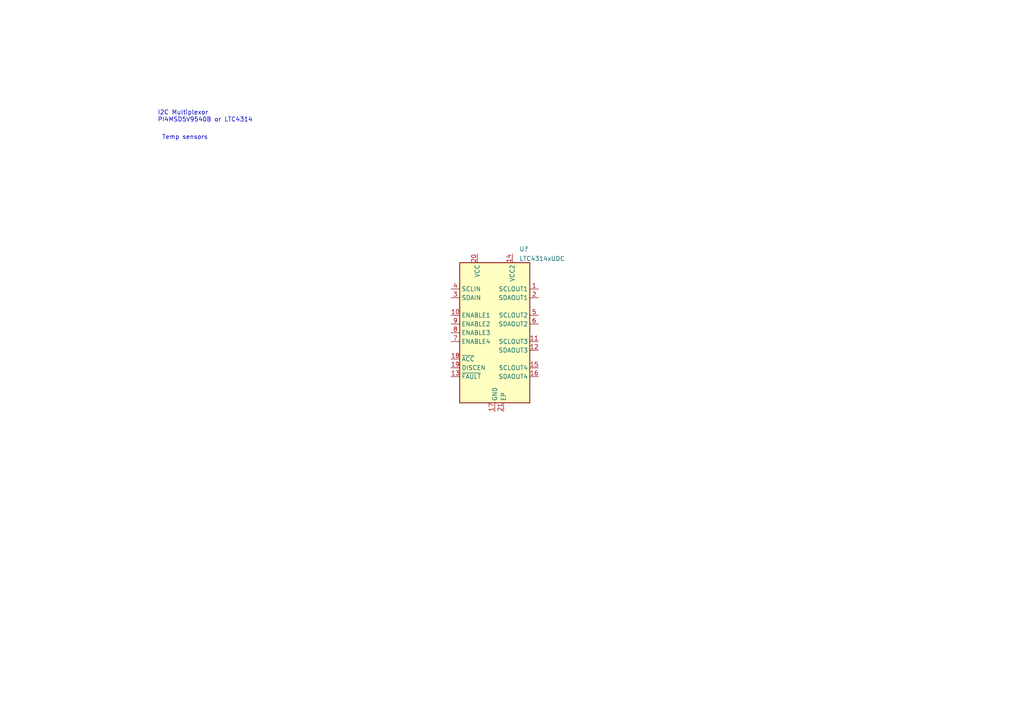
<source format=kicad_sch>
(kicad_sch (version 20211123) (generator eeschema)
  (paper "A4")
  (lib_symbols
    (symbol "Interface_Expansion:LTC4314xUDC"
      (property "Reference" "U" (at -8.89 21.59 0))
      (property "Value" "LTC4314xUDC" (at 11.43 -20.32 0))
      (symbol "LTC4314xUDC_0_0"
        (pin bidirectional line (at 12.7 12.7 180) (length 2.54) (name "SCLOUT1") (number "1"))
      )
      (symbol "LTC4314xUDC_0_1"
        (rectangle (start -10.16 20.32) (end 10.16 -20.32) (stroke (width 0.254)) (fill (type background)))
      )
      (symbol "LTC4314xUDC_1_1"
        (pin input line (at -12.7 5.08 0) (length 2.54) (name "ENABLE1") (number "10"))
        (pin bidirectional line (at 12.7 -2.54 180) (length 2.54) (name "SCLOUT3") (number "11"))
        (pin bidirectional line (at 12.7 -5.08 180) (length 2.54) (name "SDAOUT3") (number "12"))
        (pin open_collector line (at -12.7 -12.7 0) (length 2.54) (name "~{FAULT}") (number "13"))
        (pin power_in line (at 5.08 22.86 270) (length 2.54) (name "VCC2") (number "14"))
        (pin bidirectional line (at 12.7 -10.16 180) (length 2.54) (name "SCLOUT4") (number "15"))
        (pin bidirectional line (at 12.7 -12.7 180) (length 2.54) (name "SDAOUT4") (number "16"))
        (pin power_in line (at 0 -22.86 90) (length 2.54) (name "GND") (number "17"))
        (pin input line (at -12.7 -7.62 0) (length 2.54) (name "~{ACC}") (number "18"))
        (pin input line (at -12.7 -10.16 0) (length 2.54) (name "DISCEN") (number "19"))
        (pin bidirectional line (at 12.7 10.16 180) (length 2.54) (name "SDAOUT1") (number "2"))
        (pin power_in line (at -5.08 22.86 270) (length 2.54) (name "VCC") (number "20"))
        (pin passive line (at 2.54 -22.86 90) (length 2.54) (name "EP") (number "21"))
        (pin bidirectional line (at -12.7 10.16 0) (length 2.54) (name "SDAIN") (number "3"))
        (pin bidirectional line (at -12.7 12.7 0) (length 2.54) (name "SCLIN") (number "4"))
        (pin bidirectional line (at 12.7 5.08 180) (length 2.54) (name "SCLOUT2") (number "5"))
        (pin bidirectional line (at 12.7 2.54 180) (length 2.54) (name "SDAOUT2") (number "6"))
        (pin input line (at -12.7 -2.54 0) (length 2.54) (name "ENABLE4") (number "7"))
        (pin input line (at -12.7 0 0) (length 2.54) (name "ENABLE3") (number "8"))
        (pin input line (at -12.7 2.54 0) (length 2.54) (name "ENABLE2") (number "9"))
      )
    )
  )
  (text "I2C Multiplexor\nPI4MSD5V9540B or LTC4314" (at 45.72 35.56 0) (effects (font (size 1.27 1.27)) (justify left bottom)))
  (text "Temp sensors" (at 46.99 40.64 0) (effects (font (size 1.27 1.27)) (justify left bottom)))
  (symbol (lib_id "Interface_Expansion:LTC4314xUDC") (at 143.51 96.52 0) (unit 1)
    (property "Reference" "U?" (at 150.6094 72.2335 0) (effects (justify left)))
    (property "Value" "LTC4314xUDC" (at 150.6094 75.0086 0) (effects (justify left)))
    (property "Footprint" "Package_DFN_QFN:QFN-20-1EP_3x4mm_P0.5mm_EP1.65x2.65mm" (effects hide))
    (property "Datasheet" "https://www.analog.com/media/en/technical-documentation/data-sheets/4314f.pdf" (effects hide))
  )
)
</source>
